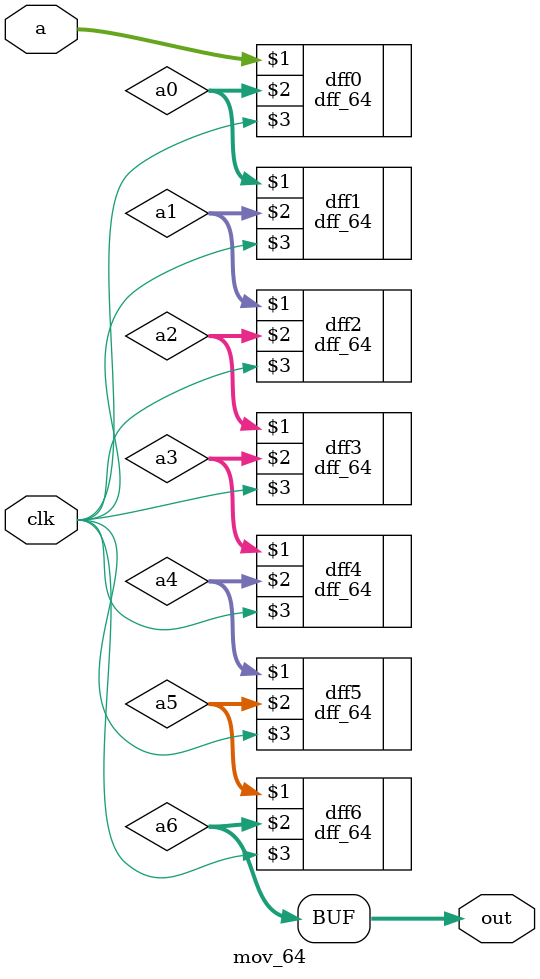
<source format=v>
module mov_64(a,out,clk);
input [63:0]a;
input clk;
output [63:0]out;
wire [63:0]out0,out1,out2,out3,out4,out5,out6;
wire [63:0]a0,a1,a2,a3,a4,a5,a6;
dff_64 dff0(a,a0,clk);
dff_64 dff1(a0,a1,clk);
dff_64 dff2(a1,a2,clk);
dff_64 dff3(a2,a3,clk);
dff_64 dff4(a3,a4,clk);
dff_64 dff5(a4,a5,clk);
dff_64 dff6(a5,a6,clk);

assign out=a6;
endmodule

/*
module s;
reg [63:0]a;
wire [63:0]b;
reg clk;
mov_64 aa(a,b,clk);
initial
clk=1'b1;
always
#1 clk=~clk;
initial
begin
a=64'h1111111111111111;
#20 $finish;
end
initial
$monitor($time," a=%h b=%h\n",a,b);
endmodule*/

</source>
